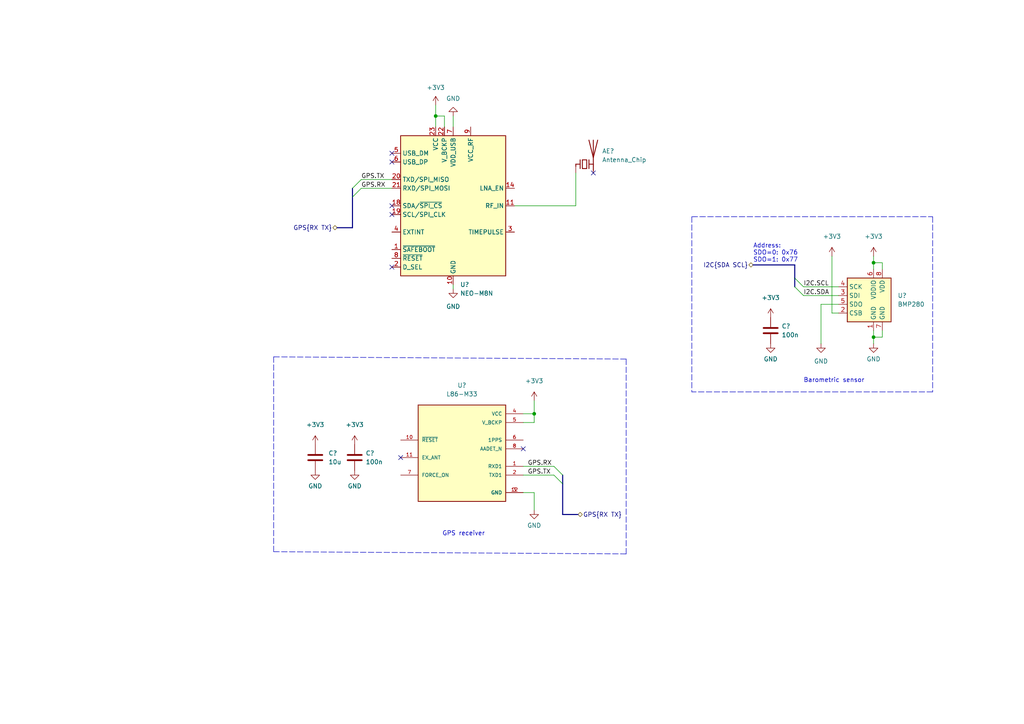
<source format=kicad_sch>
(kicad_sch (version 20211123) (generator eeschema)
  (paper "A4")
  (lib_symbols
    (symbol "Device:Antenna_Chip" (pin_numbers hide) (pin_names (offset 1.016) hide)
      (property "Reference" "AE" (at 0 5.08 0))
      (property "Value" "Antenna_Chip" (at 0 3.175 0))
      (symbol "Antenna_Chip_0_1"
        (polyline (pts (xy -2.54 0) (xy -2.54 -0.635)) (stroke (width 0.254)))
        (polyline (pts (xy -2.54 0) (xy -1.27 0)) (stroke (width 0.254)))
        (polyline (pts (xy 1.27 0) (xy 2.54 0)) (stroke (width 0.254)))
        (polyline (pts (xy 1.27 1.27) (xy 1.27 -1.27)) (stroke (width 0.254)))
        (polyline (pts (xy 2.54 -0.635) (xy 2.54 0)))
        (polyline (pts (xy 2.54 6.985) (xy 2.54 -1.905)) (stroke (width 0.254)))
        (polyline (pts (xy -1.27 1.27) (xy -1.27 -1.27) (xy -1.27 0)) (stroke (width 0.254)))
        (polyline (pts (xy 3.81 6.985) (xy 2.54 1.905) (xy 1.27 6.985)) (stroke (width 0.254)))
        (polyline (pts (xy -0.635 1.27) (xy 0.635 1.27) (xy 0.635 -1.27) (xy -0.635 -1.27) (xy -0.635 1.27)) (stroke (width 0.254)))
      )
      (symbol "Antenna_Chip_1_1"
        (pin input line (at -2.54 -2.54 90) (length 2.54) (name "FEED") (number "1"))
        (pin passive line (at 2.54 -2.54 90) (length 2.54) (name "PCB_Trace") (number "2"))
      )
    )
    (symbol "Device:C" (pin_numbers hide) (pin_names (offset 0.254))
      (property "Reference" "C" (at 0.635 2.54 0))
      (property "Value" "C" (at 0.635 -2.54 0))
      (symbol "C_0_1"
        (polyline (pts (xy -2.032 -0.762) (xy 2.032 -0.762)) (stroke (width 0.508)))
        (polyline (pts (xy -2.032 0.762) (xy 2.032 0.762)) (stroke (width 0.508)))
      )
      (symbol "C_1_1"
        (pin passive line (at 0 3.81 270) (length 2.794) (name "~") (number "1"))
        (pin passive line (at 0 -3.81 90) (length 2.794) (name "~") (number "2"))
      )
    )
    (symbol "L86-M33:L86-M33" (pin_names (offset 1.016))
      (property "Reference" "U" (at -12.7042 12.7042 0))
      (property "Value" "L86-M33" (at -12.7212 -17.8097 0))
      (symbol "L86-M33_0_0"
        (rectangle (start -12.7 -15.24) (end 12.7 12.7) (stroke (width 0.254)) (fill (type background)))
        (pin input line (at 17.78 -5.08 180) (length 5.08) (name "RXD1") (number "1"))
        (pin input line (at -17.78 2.54 0) (length 5.08) (name "~{RESET}") (number "10"))
        (pin input line (at -17.78 -2.54 0) (length 5.08) (name "EX_ANT") (number "11"))
        (pin passive line (at 17.78 -12.7 180) (length 5.08) (name "GND") (number "12"))
        (pin output line (at 17.78 -7.62 180) (length 5.08) (name "TXD1") (number "2"))
        (pin passive line (at 17.78 -12.7 180) (length 5.08) (name "GND") (number "3"))
        (pin power_in line (at 17.78 10.16 180) (length 5.08) (name "VCC") (number "4"))
        (pin power_in line (at 17.78 7.62 180) (length 5.08) (name "V_BCKP") (number "5"))
        (pin output line (at 17.78 2.54 180) (length 5.08) (name "1PPS") (number "6"))
        (pin input line (at -17.78 -7.62 0) (length 5.08) (name "FORCE_ON") (number "7"))
        (pin output line (at 17.78 0 180) (length 5.08) (name "AADET_N") (number "8"))
      )
    )
    (symbol "RF_GPS:NEO-M8N"
      (property "Reference" "U" (at -13.97 21.59 0))
      (property "Value" "NEO-M8N" (at 11.43 21.59 0))
      (symbol "NEO-M8N_0_1"
        (rectangle (start -15.24 20.32) (end 15.24 -20.32) (stroke (width 0.254)) (fill (type background)))
      )
      (symbol "NEO-M8N_1_1"
        (pin input line (at -17.78 -12.7 0) (length 2.54) (name "~{SAFEBOOT}") (number "1"))
        (pin power_in line (at 0 -22.86 90) (length 2.54) (name "GND") (number "10"))
        (pin input line (at 17.78 0 180) (length 2.54) (name "RF_IN") (number "11"))
        (pin passive line (at 0 -22.86 90) (length 2.54) hide (name "GND") (number "12"))
        (pin passive line (at 0 -22.86 90) (length 2.54) hide (name "GND") (number "13"))
        (pin output line (at 17.78 5.08 180) (length 2.54) (name "LNA_EN") (number "14"))
        (pin no_connect line (at 15.24 -10.16 180) (length 2.54) hide (name "RESERVED") (number "15"))
        (pin no_connect line (at 15.24 -12.7 180) (length 2.54) hide (name "RESERVED") (number "16"))
        (pin no_connect line (at 15.24 -15.24 180) (length 2.54) hide (name "RESERVED") (number "17"))
        (pin bidirectional line (at -17.78 0 0) (length 2.54) (name "SDA/~{SPI_CS}") (number "18"))
        (pin input line (at -17.78 -2.54 0) (length 2.54) (name "SCL/SPI_CLK") (number "19"))
        (pin input line (at -17.78 -17.78 0) (length 2.54) (name "D_SEL") (number "2"))
        (pin output line (at -17.78 7.62 0) (length 2.54) (name "TXD/SPI_MISO") (number "20"))
        (pin input line (at -17.78 5.08 0) (length 2.54) (name "RXD/SPI_MOSI") (number "21"))
        (pin power_in line (at -2.54 22.86 270) (length 2.54) (name "V_BCKP") (number "22"))
        (pin power_in line (at -5.08 22.86 270) (length 2.54) (name "VCC") (number "23"))
        (pin passive line (at 0 -22.86 90) (length 2.54) hide (name "GND") (number "24"))
        (pin output line (at 17.78 -7.62 180) (length 2.54) (name "TIMEPULSE") (number "3"))
        (pin input line (at -17.78 -7.62 0) (length 2.54) (name "EXTINT") (number "4"))
        (pin bidirectional line (at -17.78 15.24 0) (length 2.54) (name "USB_DM") (number "5"))
        (pin bidirectional line (at -17.78 12.7 0) (length 2.54) (name "USB_DP") (number "6"))
        (pin power_in line (at 0 22.86 270) (length 2.54) (name "VDD_USB") (number "7"))
        (pin input line (at -17.78 -15.24 0) (length 2.54) (name "~{RESET}") (number "8"))
        (pin power_out line (at 5.08 22.86 270) (length 2.54) (name "VCC_RF") (number "9"))
      )
    )
    (symbol "Sensor_Pressure:BMP280"
      (property "Reference" "U" (at -7.62 10.16 0))
      (property "Value" "BMP280" (at 5.08 10.16 0))
      (symbol "BMP280_0_1"
        (rectangle (start -7.62 -5.08) (end 5.08 7.62) (stroke (width 0.254)) (fill (type background)))
      )
      (symbol "BMP280_1_1"
        (pin power_in line (at 0 -7.62 90) (length 2.54) (name "GND") (number "1"))
        (pin input line (at -10.16 -2.54 0) (length 2.54) (name "CSB") (number "2"))
        (pin bidirectional line (at -10.16 2.54 0) (length 2.54) (name "SDI") (number "3"))
        (pin input line (at -10.16 5.08 0) (length 2.54) (name "SCK") (number "4"))
        (pin bidirectional line (at -10.16 0 0) (length 2.54) (name "SDO") (number "5"))
        (pin power_in line (at 0 10.16 270) (length 2.54) (name "VDDIO") (number "6"))
        (pin power_in line (at 2.54 -7.62 90) (length 2.54) (name "GND") (number "7"))
        (pin power_in line (at 2.54 10.16 270) (length 2.54) (name "VDD") (number "8"))
      )
    )
    (symbol "power:+3V3" (power) (pin_names (offset 0))
      (property "Value" "+3V3" (at 0 3.556 0))
      (symbol "+3V3_0_1"
        (polyline (pts (xy -0.762 1.27) (xy 0 2.54)))
        (polyline (pts (xy 0 0) (xy 0 2.54)))
        (polyline (pts (xy 0 2.54) (xy 0.762 1.27)))
      )
      (symbol "+3V3_1_1"
        (pin power_in line (at 0 0 90) (length 0) hide (name "+3V3") (number "1"))
      )
    )
    (symbol "power:GND" (power) (pin_names (offset 0))
      (property "Value" "GND" (at 0 -3.81 0))
      (symbol "GND_0_1"
        (polyline (pts (xy 0 0) (xy 0 -1.27) (xy 1.27 -1.27) (xy 0 -2.54) (xy -1.27 -1.27) (xy 0 -1.27)))
      )
      (symbol "GND_1_1"
        (pin power_in line (at 0 0 270) (length 0) hide (name "GND") (number "1"))
      )
    )
  )
  (junction (at 253.365 76.2))
  (junction (at 154.94 120.015))
  (junction (at 126.365 33.655))
  (junction (at 253.365 97.79))
  (no_connect (at 116.205 132.715))
  (no_connect (at 113.665 77.47))
  (no_connect (at 172.085 50.165))
  (no_connect (at 113.665 62.23))
  (no_connect (at 113.665 44.45))
  (no_connect (at 151.765 130.175))
  (no_connect (at 113.665 46.99))
  (no_connect (at 113.665 59.69))
  (bus_entry (at 104.775 52.07) (size -2.54 2.54))
  (bus_entry (at 230.505 83.185) (size 2.54 2.54))
  (bus_entry (at 160.655 135.255) (size 2.54 2.54))
  (bus_entry (at 160.655 137.795) (size 2.54 2.54))
  (bus_entry (at 230.505 80.645) (size 2.54 2.54))
  (bus_entry (at 104.775 54.61) (size -2.54 2.54))
  (wire (pts (xy 154.94 142.875) (xy 154.94 147.955)))
  (wire (pts (xy 113.665 54.61) (xy 104.775 54.61)))
  (wire (pts (xy 243.205 88.265) (xy 238.125 88.265)))
  (polyline (pts (xy 181.61 160.655) (xy 79.375 160.02)))
  (wire (pts (xy 241.3 90.805) (xy 243.205 90.805)))
  (bus (pts (xy 230.505 80.645) (xy 230.505 83.185)))
  (wire (pts (xy 233.045 83.185) (xy 243.205 83.185)))
  (wire (pts (xy 151.765 137.795) (xy 160.655 137.795)))
  (polyline (pts (xy 200.66 62.865) (xy 200.66 113.665)))
  (bus (pts (xy 102.235 57.15) (xy 102.235 66.04)))
  (wire (pts (xy 128.905 33.655) (xy 126.365 33.655)))
  (polyline (pts (xy 200.66 62.865) (xy 270.51 62.865)))
  (wire (pts (xy 151.765 122.555) (xy 154.94 122.555)))
  (wire (pts (xy 253.365 76.2) (xy 253.365 78.105)))
  (bus (pts (xy 102.235 57.15) (xy 102.235 54.61)))
  (wire (pts (xy 113.665 52.07) (xy 104.775 52.07)))
  (wire (pts (xy 154.94 142.875) (xy 151.765 142.875)))
  (wire (pts (xy 126.365 30.48) (xy 126.365 33.655)))
  (bus (pts (xy 163.195 140.335) (xy 163.195 137.795)))
  (polyline (pts (xy 270.51 113.665) (xy 200.66 113.665)))
  (wire (pts (xy 238.125 88.265) (xy 238.125 99.695)))
  (wire (pts (xy 154.94 122.555) (xy 154.94 120.015)))
  (wire (pts (xy 151.765 135.255) (xy 160.655 135.255)))
  (wire (pts (xy 255.905 76.2) (xy 253.365 76.2)))
  (wire (pts (xy 241.3 74.295) (xy 241.3 90.805)))
  (bus (pts (xy 218.44 76.835) (xy 230.505 76.835)))
  (wire (pts (xy 126.365 33.655) (xy 126.365 36.83)))
  (bus (pts (xy 102.235 66.04) (xy 97.79 66.04)))
  (bus (pts (xy 163.195 149.225) (xy 167.64 149.225)))
  (wire (pts (xy 131.445 33.655) (xy 131.445 36.83)))
  (wire (pts (xy 128.905 36.83) (xy 128.905 33.655)))
  (wire (pts (xy 151.765 120.015) (xy 154.94 120.015)))
  (wire (pts (xy 167.005 59.69) (xy 167.005 50.165)))
  (wire (pts (xy 255.905 95.885) (xy 255.905 97.79)))
  (polyline (pts (xy 181.61 104.14) (xy 181.61 160.655)))
  (wire (pts (xy 255.905 97.79) (xy 253.365 97.79)))
  (wire (pts (xy 149.225 59.69) (xy 167.005 59.69)))
  (polyline (pts (xy 79.375 103.505) (xy 181.61 104.14)))
  (wire (pts (xy 253.365 95.885) (xy 253.365 97.79)))
  (wire (pts (xy 233.045 85.725) (xy 243.205 85.725)))
  (bus (pts (xy 230.505 76.835) (xy 230.505 80.645)))
  (polyline (pts (xy 79.375 160.02) (xy 79.375 103.505)))
  (polyline (pts (xy 270.51 62.865) (xy 270.51 113.665)))
  (wire (pts (xy 131.445 82.55) (xy 131.445 83.82)))
  (wire (pts (xy 154.94 120.015) (xy 154.94 116.205)))
  (bus (pts (xy 163.195 140.335) (xy 163.195 149.225)))
  (wire (pts (xy 253.365 97.79) (xy 253.365 99.695)))
  (wire (pts (xy 253.365 74.295) (xy 253.365 76.2)))
  (wire (pts (xy 255.905 78.105) (xy 255.905 76.2)))
  (text "Barometric sensor" (at 233.045 111.125 0) (effects (font (size 1.27 1.27)) (justify left bottom)))
  (text "Address:\nSDO=0: 0x76\nSDO=1: 0x77" (at 218.44 76.2 0) (effects (font (size 1.27 1.27)) (justify left bottom)))
  (text "GPS receiver" (at 128.27 155.575 0) (effects (font (size 1.27 1.27)) (justify left bottom)))
  (label "GPS.RX" (at 104.775 54.61 0))
  (label "GPS.RX" (at 153.035 135.255 0))
  (label "GPS.TX" (at 153.035 137.795 0))
  (label "I2C.SCL" (at 233.045 83.185 0))
  (label "GPS.TX" (at 104.775 52.07 0))
  (label "I2C.SDA" (at 233.045 85.725 0))
  (hierarchical_label "I2C{SDA SCL}" (shape bidirectional) (at 218.44 76.835 180))
  (hierarchical_label "GPS{RX TX}" (shape bidirectional) (at 167.64 149.225 0))
  (hierarchical_label "GPS{RX TX}" (shape bidirectional) (at 97.79 66.04 180))
  (symbol (lib_id "Device:C") (at 102.87 132.715 0) (unit 1)
    (property "Reference" "C?" (at 106.045 131.4449 0) (effects (justify left)))
    (property "Value" "100n" (at 106.045 133.9849 0) (effects (justify left)))
  )
  (symbol (lib_id "power:GND") (at 154.94 147.955 0) (unit 1)
    (property "Reference" "#PWR0130" (effects hide))
    (property "Value" "GND" (at 154.94 152.4 0))
  )
  (symbol (lib_id "Sensor_Pressure:BMP280") (at 253.365 88.265 0) (unit 1)
    (property "Reference" "U?" (at 260.35 85.7249 0) (effects (justify left)))
    (property "Value" "BMP280" (at 260.35 88.2649 0) (effects (justify left)))
    (property "Footprint" "Package_LGA:Bosch_LGA-8_2x2.5mm_P0.65mm_ClockwisePinNumbering" (effects hide))
    (property "Datasheet" "https://ae-bst.resource.bosch.com/media/_tech/media/datasheets/BST-BMP280-DS001.pdf" (effects hide))
  )
  (symbol (lib_id "power:+3V3") (at 102.87 128.905 0) (unit 1)
    (property "Reference" "#PWR0129" (effects hide))
    (property "Value" "+3V3" (at 102.87 123.19 0))
  )
  (symbol (lib_id "power:+3V3") (at 241.3 74.295 0) (unit 1)
    (property "Reference" "#PWR0137" (effects hide))
    (property "Value" "+3V3" (at 241.3 68.58 0))
  )
  (symbol (lib_id "power:GND") (at 102.87 136.525 0) (unit 1)
    (property "Reference" "#PWR0128" (effects hide))
    (property "Value" "GND" (at 102.87 140.97 0))
  )
  (symbol (lib_id "power:GND") (at 131.445 33.655 180) (unit 1)
    (property "Reference" "#PWR0141" (effects hide))
    (property "Value" "GND" (at 131.445 28.575 0))
  )
  (symbol (lib_id "L86-M33:L86-M33") (at 133.985 130.175 0) (unit 1)
    (property "Reference" "U?" (at 133.985 111.76 0))
    (property "Value" "L86-M33" (at 133.985 114.3 0))
    (property "Footprint" "XCVR_L86-M33" (effects hide))
    (property "DESCRIPTION" "L86 is an ultra-compact GNSS POT _Patch on Top_ module with an embedded 18.4mm × 18.4mm × 4.0mm patch antenna and utilizes the MediaTek new generation GNSS chipset MT3333 that achieves the perfect performance" (effects hide))
    (property "PACKAGE" "None" (effects hide))
    (property "MP" "L86" (effects hide))
    (property "MF" "Quectel" (effects hide))
    (property "AVAILABILITY" "Unavailable" (effects hide))
    (property "PRICE" "None" (effects hide))
  )
  (symbol (lib_id "power:+3V3") (at 253.365 74.295 0) (unit 1)
    (property "Reference" "#PWR0135" (effects hide))
    (property "Value" "+3V3" (at 253.365 68.58 0))
  )
  (symbol (lib_id "Device:Antenna_Chip") (at 169.545 47.625 0) (unit 1)
    (property "Reference" "AE?" (at 174.625 43.8149 0) (effects (justify left)))
    (property "Value" "Antenna_Chip" (at 174.625 46.3549 0) (effects (justify left)))
  )
  (symbol (lib_id "power:GND") (at 223.52 99.695 0) (unit 1)
    (property "Reference" "#PWR0138" (effects hide))
    (property "Value" "GND" (at 223.52 104.14 0))
  )
  (symbol (lib_id "power:+3V3") (at 154.94 116.205 0) (unit 1)
    (property "Reference" "#PWR0131" (effects hide))
    (property "Value" "+3V3" (at 154.94 110.49 0))
  )
  (symbol (lib_id "Device:C") (at 223.52 95.885 0) (unit 1)
    (property "Reference" "C?" (at 226.695 94.6149 0) (effects (justify left)))
    (property "Value" "100n" (at 226.695 97.1549 0) (effects (justify left)))
  )
  (symbol (lib_id "power:GND") (at 238.125 99.695 0) (unit 1)
    (property "Reference" "#PWR0134" (effects hide))
    (property "Value" "GND" (at 238.125 104.775 0))
  )
  (symbol (lib_id "RF_GPS:NEO-M8N") (at 131.445 59.69 0) (unit 1)
    (property "Reference" "U?" (at 133.4644 82.55 0) (effects (justify left)))
    (property "Value" "NEO-M8N" (at 133.4644 85.09 0) (effects (justify left)))
    (property "Footprint" "RF_GPS:ublox_NEO" (effects hide))
    (property "Datasheet" "https://www.u-blox.com/sites/default/files/NEO-M8-FW3_DataSheet_%28UBX-15031086%29.pdf" (effects hide))
  )
  (symbol (lib_id "power:GND") (at 253.365 99.695 0) (unit 1)
    (property "Reference" "#PWR0136" (effects hide))
    (property "Value" "GND" (at 253.365 104.14 0))
  )
  (symbol (lib_id "power:+3V3") (at 91.44 128.905 0) (unit 1)
    (property "Reference" "#PWR0132" (effects hide))
    (property "Value" "+3V3" (at 91.44 123.19 0))
  )
  (symbol (lib_id "power:GND") (at 131.445 83.82 0) (unit 1)
    (property "Reference" "#PWR0140" (effects hide))
    (property "Value" "GND" (at 131.445 88.9 0))
  )
  (symbol (lib_id "Device:C") (at 91.44 132.715 0) (unit 1)
    (property "Reference" "C?" (at 95.25 131.4449 0) (effects (justify left)))
    (property "Value" "10u" (at 95.25 133.9849 0) (effects (justify left)))
  )
  (symbol (lib_id "power:+3V3") (at 126.365 30.48 0) (unit 1)
    (property "Reference" "#PWR0142" (effects hide))
    (property "Value" "+3V3" (at 126.365 25.4 0))
  )
  (symbol (lib_id "power:GND") (at 91.44 136.525 0) (unit 1)
    (property "Reference" "#PWR0133" (effects hide))
    (property "Value" "GND" (at 91.44 140.97 0))
  )
  (symbol (lib_id "power:+3V3") (at 223.52 92.075 0) (unit 1)
    (property "Reference" "#PWR0139" (effects hide))
    (property "Value" "+3V3" (at 223.52 86.36 0))
  )
)
</source>
